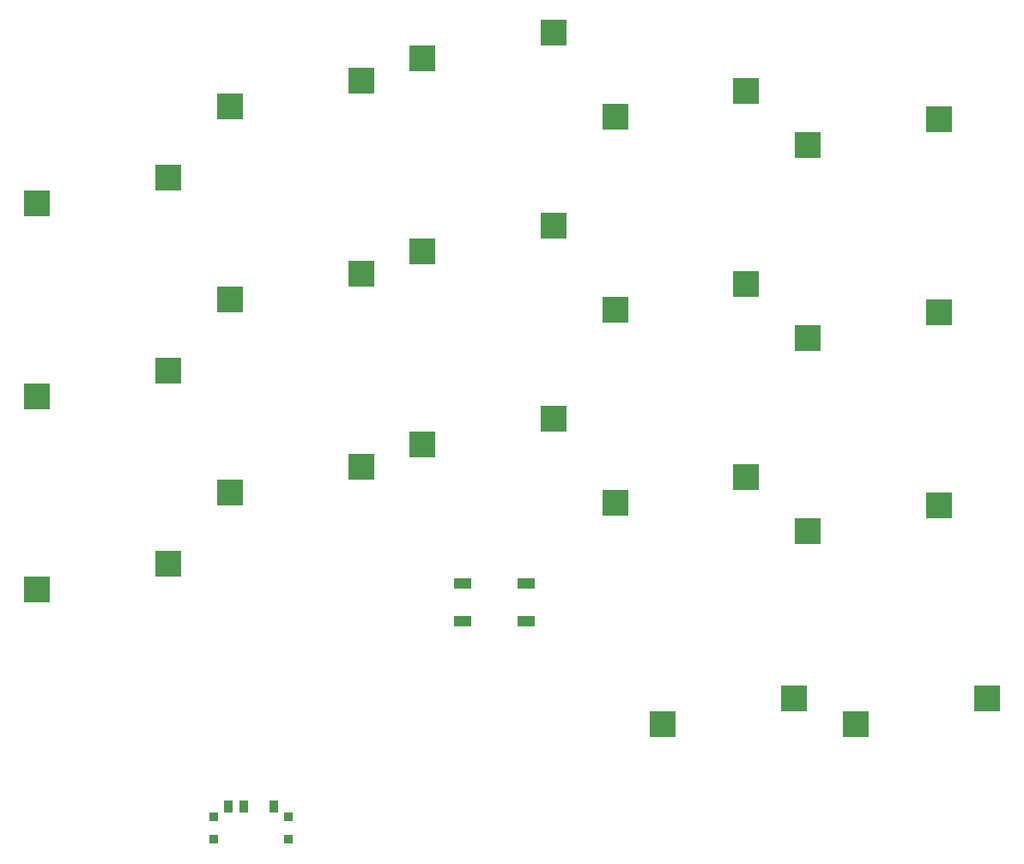
<source format=gbr>
%TF.GenerationSoftware,KiCad,Pcbnew,7.0.0*%
%TF.CreationDate,2023-04-08T11:50:52+01:00*%
%TF.ProjectId,chips-34,63686970-732d-4333-942e-6b696361645f,v1.0.0*%
%TF.SameCoordinates,Original*%
%TF.FileFunction,Paste,Bot*%
%TF.FilePolarity,Positive*%
%FSLAX46Y46*%
G04 Gerber Fmt 4.6, Leading zero omitted, Abs format (unit mm)*
G04 Created by KiCad (PCBNEW 7.0.0) date 2023-04-08 11:50:52*
%MOMM*%
%LPD*%
G01*
G04 APERTURE LIST*
%ADD10R,0.900000X1.250000*%
%ADD11R,0.900000X0.900000*%
%ADD12R,1.800000X1.100000*%
%ADD13R,2.550000X2.500000*%
G04 APERTURE END LIST*
D10*
%TO.C,T2*%
X16249999Y-18899999D03*
X13249999Y-18899999D03*
X11749999Y-18899999D03*
D11*
X10299999Y-22074999D03*
X10299999Y-19874999D03*
X17699999Y-19874999D03*
X17699999Y-22074999D03*
%TD*%
D12*
%TO.C,B2*%
X41099999Y-562499D03*
X34899999Y-562499D03*
X41099999Y3137499D03*
X34899999Y3137499D03*
%TD*%
D13*
%TO.C,S1*%
X-7084999Y2539999D03*
X5841999Y5079999D03*
%TD*%
%TO.C,S2*%
X-7084999Y21589999D03*
X5841999Y24129999D03*
%TD*%
%TO.C,S3*%
X-7084999Y40639999D03*
X5841999Y43179999D03*
%TD*%
%TO.C,S4*%
X11914999Y12064999D03*
X24841999Y14604999D03*
%TD*%
%TO.C,S5*%
X11914999Y31114999D03*
X24841999Y33654999D03*
%TD*%
%TO.C,S6*%
X11914999Y50164999D03*
X24841999Y52704999D03*
%TD*%
%TO.C,S7*%
X30914999Y16827499D03*
X43841999Y19367499D03*
%TD*%
%TO.C,S8*%
X30914999Y35877499D03*
X43841999Y38417499D03*
%TD*%
%TO.C,S9*%
X30914999Y54927499D03*
X43841999Y57467499D03*
%TD*%
%TO.C,S10*%
X49914999Y11112499D03*
X62841999Y13652499D03*
%TD*%
%TO.C,S11*%
X49914999Y30162499D03*
X62841999Y32702499D03*
%TD*%
%TO.C,S12*%
X49914999Y49212499D03*
X62841999Y51752499D03*
%TD*%
%TO.C,S13*%
X68914999Y8254999D03*
X81841999Y10794999D03*
%TD*%
%TO.C,S14*%
X68914999Y27304999D03*
X81841999Y29844999D03*
%TD*%
%TO.C,S15*%
X68914999Y46354999D03*
X81841999Y48894999D03*
%TD*%
%TO.C,S16*%
X73677499Y-10794999D03*
X86604499Y-8254999D03*
%TD*%
%TO.C,S17*%
X54627499Y-10794999D03*
X67554499Y-8254999D03*
%TD*%
M02*

</source>
